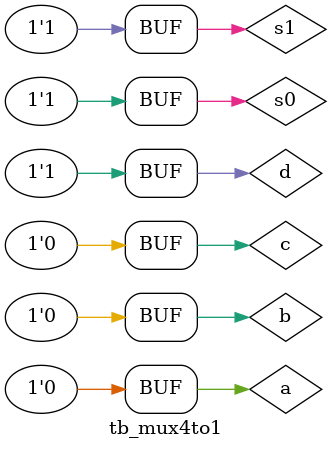
<source format=v>
`timescale 1ns / 1ps


module tb_mux4to1;

	// Inputs
	reg a;
	reg b;
	reg c;
	reg d;
	reg s0;
	reg s1;

	// Outputs
	wire out;

	// Instantiate the Unit Under Test (UUT)
	mux4to1 uut (
		.a(a), 
		.b(b), 
		.c(c), 
		.d(d), 
		.s0(s0), 
		.s1(s1), 
		.out(out)
	);

	initial begin
		// Initialize Inputs
		a = 0;b = 0; c = 0; d = 0;s0 = 0;s1 = 0;
		#50 a = 1;b = 0; c = 0; d = 0;s0 = 0;s1 = 0;
		#50 a = 0;b = 1; c = 0; d = 0;s0 = 0;s1 = 0;
		#50 a = 0;b = 0; c = 1; d = 0;s0 = 0;s1 = 0;
		#50 a = 0;b = 0; c = 0; d = 1;s0 = 0;s1 = 0;
		#50 a = 1;b = 0; c = 0; d = 0;s0 = 0;s1 = 1;
		#50 a = 0;b = 1; c = 0; d = 0;s0 = 0;s1 = 1;
		#50 a = 0;b = 0; c = 1; d = 0;s0 = 0;s1 = 1;
		#50 a = 0;b = 0; c = 0; d = 1;s0 = 0;s1 = 1;
		#50 a = 1;b = 0; c = 0; d = 0;s0 = 1;s1 = 0;
		#50 a = 0;b = 1; c = 0; d = 0;s0 = 1;s1 = 0;
		#50 a = 0;b = 0; c = 1; d = 0;s0 = 1;s1 = 0;
		#50 a = 0;b = 0; c = 0; d = 1;s0 = 1;s1 = 0;
		#50 a = 1;b = 0; c = 0; d = 0;s0 = 1;s1 = 1;
		#50 a = 0;b = 1; c = 0; d = 0;s0 = 1;s1 = 1;
		#50 a = 0;b = 0; c = 1; d = 0;s0 = 1;s1 = 1;
		#50 a = 0;b = 0; c = 0; d = 1;s0 = 1;s1 = 1;

		// Wait 100 ns for global reset to finish
		#100;
        
		// Add stimulus here

	end
      
endmodule


</source>
